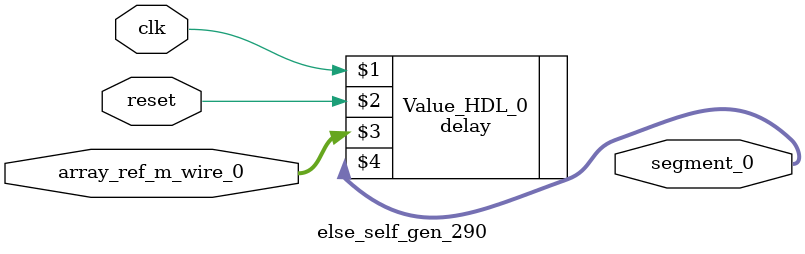
<source format=v>
module else_self_gen_290( input clk, input reset, input [31:0]array_ref_m_wire_0, output [31:0]segment_0); 
	wire [31:0]segment_0;
	//Proceed with segment_0 = array_ref_m_wire_0
	delay Value_HDL_0 ( clk, reset, array_ref_m_wire_0, segment_0);
endmodule
</source>
